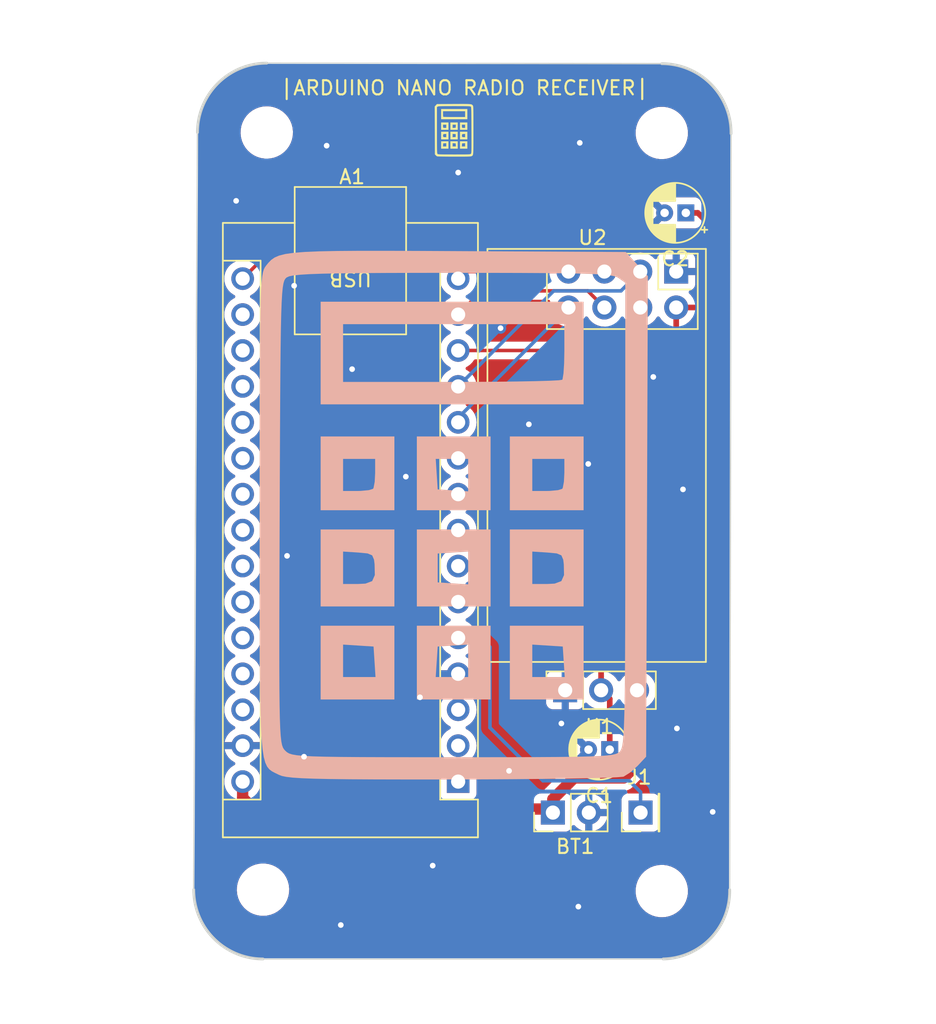
<source format=kicad_pcb>
(kicad_pcb (version 20221018) (generator pcbnew)
  (title_block (title "Arduino Nano Radio Receiver") (date "2023-10-01") (rev "0") (company "N/A") (comment 1 "N/A"))
  (layers (0 "F.Cu" signal) (31 "B.Cu" signal) (34 "B.Paste" user) (35 "F.Paste" user) (36 "B.SilkS" user "B.Silkscreen") (37 "F.SilkS" user "F.Silkscreen") (38 "B.Mask" user) (39 "F.Mask" user) (44 "Edge.Cuts" user))
  (net 0 "")
  (net 4 "GND")
  (net 5 "Net-(A1-D2)")
  (net 11 "/IRQ")
  (net 12 "/CE")
  (net 13 "/CSN")
  (net 14 "/MOSI")
  (net 15 "/MISO")
  (net 16 "/SCK")
  (net 29 "+12V")
  (net 30 "+3.3V")
  (footprint "Module:Arduino_Nano" (layer "F.Cu") (at 97.9 81.86 180)
    (fp_text reference "A1" (at 7.5 42.76) (layer "F.SilkS"))
    (fp_text value "Arduino_Nano_v2.x")
    (fp_text user "USB" (at 7.62 35.56 180 unlocked) (layer "F.SilkS"))
    (pad "1" thru_hole rect (at 0 0 180) (size 1.6 1.6) (drill 1) (layers "*.Cu" "*.Mask"))
    (pad "2" thru_hole oval (at 0 2.54 180) (size 1.6 1.6) (drill 1) (layers "*.Cu" "*.Mask"))
    (pad "3" thru_hole oval (at 0 5.08 180) (size 1.6 1.6) (drill 1) (layers "*.Cu" "*.Mask"))
    (pad "4" thru_hole oval (at 0 7.62 180) (size 1.6 1.6) (drill 1) (layers "*.Cu" "*.Mask") (net 4 "GND"))
    (pad "5" thru_hole oval (at 0 10.16 180) (size 1.6 1.6) (drill 1) (layers "*.Cu" "*.Mask") (net 5 "Net-(A1-D2)"))
    (pad "6" thru_hole oval (at 0 12.7 180) (size 1.6 1.6) (drill 1) (layers "*.Cu" "*.Mask"))
    (pad "7" thru_hole oval (at 0 15.24 180) (size 1.6 1.6) (drill 1) (layers "*.Cu" "*.Mask"))
    (pad "8" thru_hole oval (at 0 17.78 180) (size 1.6 1.6) (drill 1) (layers "*.Cu" "*.Mask"))
    (pad "9" thru_hole oval (at 0 20.32 180) (size 1.6 1.6) (drill 1) (layers "*.Cu" "*.Mask"))
    (pad "10" thru_hole oval (at 0 22.86 180) (size 1.6 1.6) (drill 1) (layers "*.Cu" "*.Mask"))
    (pad "11" thru_hole oval (at 0 25.4 180) (size 1.6 1.6) (drill 1) (layers "*.Cu" "*.Mask") (net 11 "/IRQ"))
    (pad "12" thru_hole oval (at 0 27.94 180) (size 1.6 1.6) (drill 1) (layers "*.Cu" "*.Mask") (net 12 "/CE"))
    (pad "13" thru_hole oval (at 0 30.48 180) (size 1.6 1.6) (drill 1) (layers "*.Cu" "*.Mask") (net 13 "/CSN"))
    (pad "14" thru_hole oval (at 0 33.02 180) (size 1.6 1.6) (drill 1) (layers "*.Cu" "*.Mask") (net 14 "/MOSI"))
    (pad "15" thru_hole oval (at 0 35.56 180) (size 1.6 1.6) (drill 1) (layers "*.Cu" "*.Mask") (net 15 "/MISO"))
    (pad "16" thru_hole oval (at 15.24 35.56 180) (size 1.6 1.6) (drill 1) (layers "*.Cu" "*.Mask") (net 16 "/SCK"))
    (pad "17" thru_hole oval (at 15.24 33.02 180) (size 1.6 1.6) (drill 1) (layers "*.Cu" "*.Mask"))
    (pad "18" thru_hole oval (at 15.24 30.48 180) (size 1.6 1.6) (drill 1) (layers "*.Cu" "*.Mask"))
    (pad "19" thru_hole oval (at 15.24 27.94 180) (size 1.6 1.6) (drill 1) (layers "*.Cu" "*.Mask"))
    (pad "20" thru_hole oval (at 15.24 25.4 180) (size 1.6 1.6) (drill 1) (layers "*.Cu" "*.Mask"))
    (pad "21" thru_hole oval (at 15.24 22.86 180) (size 1.6 1.6) (drill 1) (layers "*.Cu" "*.Mask"))
    (pad "22" thru_hole oval (at 15.24 20.32 180) (size 1.6 1.6) (drill 1) (layers "*.Cu" "*.Mask"))
    (pad "23" thru_hole oval (at 15.24 17.78 180) (size 1.6 1.6) (drill 1) (layers "*.Cu" "*.Mask"))
    (pad "24" thru_hole oval (at 15.24 15.24 180) (size 1.6 1.6) (drill 1) (layers "*.Cu" "*.Mask"))
    (pad "25" thru_hole oval (at 15.24 12.7 180) (size 1.6 1.6) (drill 1) (layers "*.Cu" "*.Mask"))
    (pad "26" thru_hole oval (at 15.24 10.16 180) (size 1.6 1.6) (drill 1) (layers "*.Cu" "*.Mask"))
    (pad "27" thru_hole oval (at 15.24 7.62 180) (size 1.6 1.6) (drill 1) (layers "*.Cu" "*.Mask"))
    (pad "28" thru_hole oval (at 15.24 5.08 180) (size 1.6 1.6) (drill 1) (layers "*.Cu" "*.Mask"))
    (pad "29" thru_hole oval (at 15.24 2.54 180) (size 1.6 1.6) (drill 1) (layers "*.Cu" "*.Mask") (net 4 "GND"))
    (pad "30" thru_hole oval (at 15.24 0 180) (size 1.6 1.6) (drill 1) (layers "*.Cu" "*.Mask") (net 29 "+12V"))
  )
  (footprint "MountingHole:MountingHole_3.2mm_M3" (layer "F.Cu") (at 84.364823 35.964823)
    (fp_text reference "REF**" hide)
    (fp_text value "MountingHole_3.2mm_M3")
    (pad "" np_thru_hole circle (at 0 0) (size 3.2 3.2) (drill 3.2) (layers "*.Cu" "*.Mask"))
  )
  (footprint "MountingHole:MountingHole_3.2mm_M3" (layer "F.Cu") (at 112.3 36)
    (fp_text reference "REF**" hide)
    (fp_text value "MountingHole_3.2mm_M3")
    (pad "" np_thru_hole circle (at 0 0) (size 3.2 3.2) (drill 3.2) (layers "F&B.Cu" "*.Mask"))
  )
  (footprint "MountingHole:MountingHole_3.2mm_M3" (layer "F.Cu") (at 84.1 89.5)
    (fp_text reference "REF**" hide)
    (fp_text value "MountingHole_3.2mm_M3")
    (pad "" np_thru_hole circle (at 0 0) (size 3.2 3.2) (drill 3.2) (layers "F&B.Cu" "*.Mask"))
  )
  (footprint "Capacitor_THT:CP_Radial_D4.0mm_P1.50mm" (layer "F.Cu") (at 108.62 79.6 180)
    (fp_text reference "C1" (at 0.75 -3.25) (layer "F.SilkS"))
    (fp_text value "10u")
    (pad "1" thru_hole rect (at 0 0 180) (size 1.2 1.2) (drill 0.6) (layers "*.Cu" "*.Mask") (net 30 "+3.3V"))
    (pad "2" thru_hole circle (at 1.5 0 180) (size 1.2 1.2) (drill 0.6) (layers "*.Cu" "*.Mask") (net 4 "GND"))
  )
  (footprint "Connector_PinHeader_2.54mm:PinHeader_1x01_P2.54mm_Vertical" (layer "F.Cu") (at 110.8 84.05 90)
    (fp_text reference "J1" (at 2.5 -0.085 180) (layer "F.SilkS"))
    (fp_text value "Conn_01x01_Pin")
    (pad "1" thru_hole rect (at 0 0 90) (size 1.7 1.7) (drill 1) (layers "*.Cu" "*.Mask") (net 5 "Net-(A1-D2)"))
  )
  (footprint "MountingHole:MountingHole_3.2mm_M3" (layer "F.Cu") (at 112.3 89.6)
    (fp_text reference "REF**" hide)
    (fp_text value "MountingHole_3.2mm_M3")
    (pad "" np_thru_hole circle (at 0 0) (size 3.2 3.2) (drill 3.2) (layers "F&B.Cu" "*.Mask"))
  )
  (footprint "Connector_PinHeader_2.54mm:PinHeader_1x02_P2.54mm_Vertical" (layer "F.Cu") (at 104.6 84.05 90)
    (fp_text reference "BT1" (at -2.4 1.575) (layer "F.SilkS"))
    (fp_text value "Battery")
    (pad "1" thru_hole rect (at 0 0 90) (size 1.7 1.7) (drill 1) (layers "*.Cu" "*.Mask") (net 29 "+12V"))
    (pad "2" thru_hole oval (at 0 2.54 90) (size 1.7 1.7) (drill 1) (layers "*.Cu" "*.Mask") (net 4 "GND"))
  )
  (footprint "Graphics:pcbLogo_4mmx4mm" (layer "F.Cu") (at 97.6 35.8)
    (fp_text reference "G***" hide)
    (fp_text value "LOGO" hide)
  )
  (footprint "Capacitor_THT:CP_Radial_D4.0mm_P1.50mm" (layer "F.Cu") (at 114 41.65 180)
    (fp_text reference "C2" (at 0.75 -3.25) (layer "F.SilkS"))
    (fp_text value "10u")
    (pad "1" thru_hole rect (at 0 0 180) (size 1.2 1.2) (drill 0.6) (layers "*.Cu" "*.Mask") (net 30 "+3.3V"))
    (pad "2" thru_hole circle (at 1.5 0 180) (size 1.2 1.2) (drill 0.6) (layers "*.Cu" "*.Mask") (net 4 "GND"))
  )
  (footprint "RF_Module:nRF24L01_Breakout" (layer "F.Cu") (at 113.32 45.8 -90)
    (fp_text reference "U2" (at -2.4 5.92 -180) (layer "F.SilkS"))
    (fp_text value "NRF24L01_Breakout")
    (pad "1" thru_hole rect (at 0 0 270) (size 1.7 1.7) (drill 1) (layers "*.Cu" "*.Mask") (net 4 "GND"))
    (pad "2" thru_hole circle (at 2.54 0 270) (size 1.7 1.7) (drill 1) (layers "*.Cu" "*.Mask") (net 30 "+3.3V"))
    (pad "3" thru_hole circle (at 0 2.54 270) (size 1.7 1.7) (drill 1) (layers "*.Cu" "*.Mask") (net 12 "/CE"))
    (pad "4" thru_hole circle (at 2.54 2.54 270) (size 1.7 1.7) (drill 1) (layers "*.Cu" "*.Mask") (net 13 "/CSN"))
    (pad "5" thru_hole circle (at 0 5.08 270) (size 1.7 1.7) (drill 1) (layers "*.Cu" "*.Mask") (net 16 "/SCK"))
    (pad "6" thru_hole circle (at 2.54 5.08 270) (size 1.7 1.7) (drill 1) (layers "*.Cu" "*.Mask") (net 14 "/MOSI"))
    (pad "7" thru_hole circle (at 0 7.62 270) (size 1.7 1.7) (drill 1) (layers "*.Cu" "*.Mask") (net 15 "/MISO"))
    (pad "8" thru_hole circle (at 2.54 7.62 270) (size 1.7 1.7) (drill 1) (layers "*.Cu" "*.Mask") (net 11 "/IRQ"))
  )
  (footprint "Connector_PinSocket_2.54mm:PinSocket_1x03_P2.54mm_Vertical" (layer "F.Cu") (at 105.47 75.4 90)
    (fp_text reference "U1" (at -2.575 2.425 180) (layer "F.SilkS"))
    (fp_text value "AMS1117-3.3")
    (pad "1" thru_hole rect (at 0 0 90) (size 1.7 1.7) (drill 1) (layers "*.Cu" "*.Mask") (net 4 "GND"))
    (pad "2" thru_hole oval (at 0 2.54 90) (size 1.7 1.7) (drill 1) (layers "*.Cu" "*.Mask") (net 30 "+3.3V"))
    (pad "3" thru_hole oval (at 0 5.08 90) (size 1.7 1.7) (drill 1) (layers "*.Cu" "*.Mask") (net 29 "+12V"))
  )
  (footprint "Graphics:pcbLogo_40mmx40mm" (layer "B.Cu") (at 97.7 62.9 180)
    (fp_text reference "G***" hide)
    (fp_text value "LOGO" hide)
  )
  (gr_line (start 79.2 89.5) (end 79.464823 35.964823) (stroke (width 0.1)) (layer "Edge.Cuts"))
  (gr_arc (start 79.464823 35.964823) (mid 80.9 32.5) (end 84.364823 31.064823) (stroke (width 0.2)) (layer "Edge.Cuts"))
  (gr_line (start 84.364823 31.064823) (end 112.3 31.099745) (stroke (width 0.1)) (layer "Edge.Cuts"))
  (gr_line (start 84.1 94.4) (end 112.4 94.399999) (stroke (width 0.1)) (layer "Edge.Cuts"))
  (gr_line (start 117.2 36.05) (end 117.100081 89.503998) (stroke (width 0.1)) (layer "Edge.Cuts"))
  (gr_arc (start 112.3 31.099745) (mid 115.782636 32.552719) (end 117.2 36.05) (stroke (width 0.2)) (layer "Edge.Cuts"))
  (gr_arc (start 84.1 94.4) (mid 80.635177 92.964823) (end 79.2 89.5) (stroke (width 0.2)) (layer "Edge.Cuts"))
  (gr_arc (start 117.100081 89.503998) (mid 115.763438 92.924844) (end 112.4 94.399999) (stroke (width 0.2)) (layer "Edge.Cuts"))
  (gr_text "|ARDUINO NANO RADIO RECEIVER|" (at 85.2 33.4) (layer "F.SilkS") (effects (font (size 1 1)) (justify left bottom)))
  (via (at 85.8 65.9) (size 0.8) (drill 0.4) (layers "F.Cu" "B.Cu") (net 4))
  (via (at 105.2 77.75) (size 0.8) (drill 0.4) (layers "F.Cu" "B.Cu") (net 4))
  (via (at 82.2 40.8) (size 0.8) (drill 0.4) (layers "F.Cu" "B.Cu") (net 4))
  (via (at 106.5 36.7) (size 0.8) (drill 0.4) (layers "F.Cu" "B.Cu") (net 4))
  (via (at 89.6 92) (size 0.8) (drill 0.4) (layers "F.Cu" "B.Cu") (net 4))
  (via (at 96.1 87.8) (size 0.8) (drill 0.4) (layers "F.Cu" "B.Cu") (net 4))
  (via (at 97.9 38.8) (size 0.8) (drill 0.4) (layers "F.Cu" "B.Cu") (net 4))
  (via (at 107.1 59.4) (size 0.8) (drill 0.4) (layers "F.Cu" "B.Cu") (net 4))
  (via (at 115.9 84) (size 0.8) (drill 0.4) (layers "F.Cu" "B.Cu") (net 4))
  (via (at 88.6 36.9) (size 0.8) (drill 0.4) (layers "F.Cu" "B.Cu") (net 4))
  (via (at 102.9 56.6) (size 0.8) (drill 0.4) (layers "F.Cu" "B.Cu") (net 4))
  (via (at 86.3 46.8) (size 0.8) (drill 0.4) (layers "F.Cu" "B.Cu") (net 4))
  (via (at 106.4 90.7) (size 0.8) (drill 0.4) (layers "F.Cu" "B.Cu") (net 4))
  (via (at 113.8 61.2) (size 0.8) (drill 0.4) (layers "F.Cu" "B.Cu") (net 4))
  (via (at 95.2 75.9) (size 0.8) (drill 0.4) (layers "F.Cu" "B.Cu") (net 4))
  (via (at 94.2 60.3) (size 0.8) (drill 0.4) (layers "F.Cu" "B.Cu") (net 4))
  (via (at 111.7 53.25) (size 0.8) (drill 0.4) (layers "F.Cu" "B.Cu") (net 4))
  (via (at 100.9 49.8) (size 0.8) (drill 0.4) (layers "F.Cu" "B.Cu") (net 4))
  (via (at 87 80.1) (size 0.8) (drill 0.4) (layers "F.Cu" "B.Cu") (net 4))
  (via (at 90.4 52.7) (size 0.8) (drill 0.4) (layers "F.Cu" "B.Cu") (net 4))
  (via (at 113.37 78.1) (size 0.8) (drill 0.4) (layers "F.Cu" "B.Cu") (net 4))
  (via (at 101.5 81.1) (size 0.8) (drill 0.4) (layers "F.Cu" "B.Cu") (net 4))
  (segment (start 99.5 71.7) (end 97.9 71.7) (width 0.25) (layer "B.Cu") (net 5))
  (segment (start 110.8 82.6) (end 110 81.8) (width 0.25) (layer "B.Cu") (net 5))
  (segment (start 100.15 78.05) (end 100.15 72.35) (width 0.25) (layer "B.Cu") (net 5))
  (segment (start 103.9 81.8) (end 100.15 78.05) (width 0.25) (layer "B.Cu") (net 5))
  (segment (start 100.15 72.35) (end 99.5 71.7) (width 0.25) (layer "B.Cu") (net 5))
  (segment (start 110 81.8) (end 103.9 81.8) (width 0.25) (layer "B.Cu") (net 5))
  (segment (start 110.8 84.05) (end 110.8 82.6) (width 0.25) (layer "B.Cu") (net 5))
  (segment (start 97.9 56.14) (end 97.9 56.46) (width 0.25) (layer "B.Cu") (net 11))
  (segment (start 105.7 48.34) (end 97.9 56.14) (width 0.25) (layer "B.Cu") (net 11))
  (segment (start 104.655 47.165) (end 97.9 53.92) (width 0.25) (layer "B.Cu") (net 12))
  (segment (start 109.415 47.165) (end 104.655 47.165) (width 0.25) (layer "B.Cu") (net 12))
  (segment (start 110.78 45.8) (end 109.415 47.165) (width 0.25) (layer "B.Cu") (net 12))
  (segment (start 110.78 48.34) (end 107.74 51.38) (width 0.25) (layer "F.Cu") (net 13))
  (segment (start 107.74 51.38) (end 97.9 51.38) (width 0.25) (layer "F.Cu") (net 13))
  (segment (start 99.575 47.165) (end 107.065 47.165) (width 0.25) (layer "F.Cu") (net 14))
  (segment (start 107.065 47.165) (end 108.24 48.34) (width 0.25) (layer "F.Cu") (net 14))
  (segment (start 97.9 48.84) (end 99.575 47.165) (width 0.25) (layer "F.Cu") (net 14))
  (segment (start 98.4 45.8) (end 97.9 46.3) (width 0.25) (layer "F.Cu") (net 15))
  (segment (start 105.7 45.8) (end 98.4 45.8) (width 0.25) (layer "F.Cu") (net 15))
  (segment (start 107.065 44.625) (end 84.335 44.625) (width 0.25) (layer "F.Cu") (net 16))
  (segment (start 84.335 44.625) (end 82.66 46.3) (width 0.25) (layer "F.Cu") (net 16))
  (segment (start 108.24 45.8) (end 107.065 44.625) (width 0.25) (layer "F.Cu") (net 16))
  (segment (start 110.55 80.65) (end 110.55 75.4) (width 0.8) (layer "F.Cu") (net 29))
  (segment (start 83.45 83.8) (end 104.35 83.8) (width 0.8) (layer "F.Cu") (net 29))
  (segment (start 104.35 83.8) (end 104.6 84.05) (width 0.8) (layer "F.Cu") (net 29))
  (segment (start 82.66 83.01) (end 83.45 83.8) (width 0.8) (layer "F.Cu") (net 29))
  (segment (start 109.6 81.6) (end 110.55 80.65) (width 0.8) (layer "F.Cu") (net 29))
  (segment (start 82.66 81.86) (end 82.66 83.01) (width 0.8) (layer "F.Cu") (net 29))
  (segment (start 106.1 81.6) (end 109.6 81.6) (width 0.8) (layer "F.Cu") (net 29))
  (segment (start 104.6 83.1) (end 106.1 81.6) (width 0.8) (layer "F.Cu") (net 29))
  (segment (start 104.6 84.05) (end 104.6 83.1) (width 0.8) (layer "F.Cu") (net 29))
  (segment (start 116.4 43.2) (end 116.4 47.4) (width 0.4) (layer "F.Cu") (net 30))
  (segment (start 108.62 79.6) (end 108.62 76.01) (width 0.4) (layer "F.Cu") (net 30))
  (segment (start 116.4 47.4) (end 115.46 48.34) (width 0.4) (layer "F.Cu") (net 30))
  (segment (start 108.01 60.94) (end 113.32 55.63) (width 0.4) (layer "F.Cu") (net 30))
  (segment (start 113.32 55.63) (end 113.32 48.34) (width 0.4) (layer "F.Cu") (net 30))
  (segment (start 114 41.65) (end 114.85 41.65) (width 0.4) (layer "F.Cu") (net 30))
  (segment (start 114.85 41.65) (end 116.4 43.2) (width 0.4) (layer "F.Cu") (net 30))
  (segment (start 108.62 76.01) (end 108.01 75.4) (width 0.4) (layer "F.Cu") (net 30))
  (segment (start 115.46 48.34) (end 113.32 48.34) (width 0.4) (layer "F.Cu") (net 30))
  (segment (start 108.01 75.4) (end 108.01 60.94) (width 0.4) (layer "F.Cu") (net 30))
  (zone (net 4) (net_name "GND") (layer "F.Cu") (connect_pads (clearance 0.5)) (min_thickness 0.25) (fill yes (thermal_gap 0.5) (thermal_bridge_width 0.5))
    (polygon (pts (xy 66.3 26.6) (xy 131.7 27.4) (xy 131.1 99) (xy 65.5 97)))
  )
  (zone (net 4) (net_name "GND") (layer "B.Cu") (priority 1) (connect_pads (clearance 0.5)) (min_thickness 0.25) (fill yes (thermal_gap 0.5) (thermal_bridge_width 0.5))
    (polygon (pts (xy 67.7 28.3) (xy 129.7 29.1) (xy 128.3 98.5) (xy 66.1 98) (xy 67.5 28.3)))
  )
)
</source>
